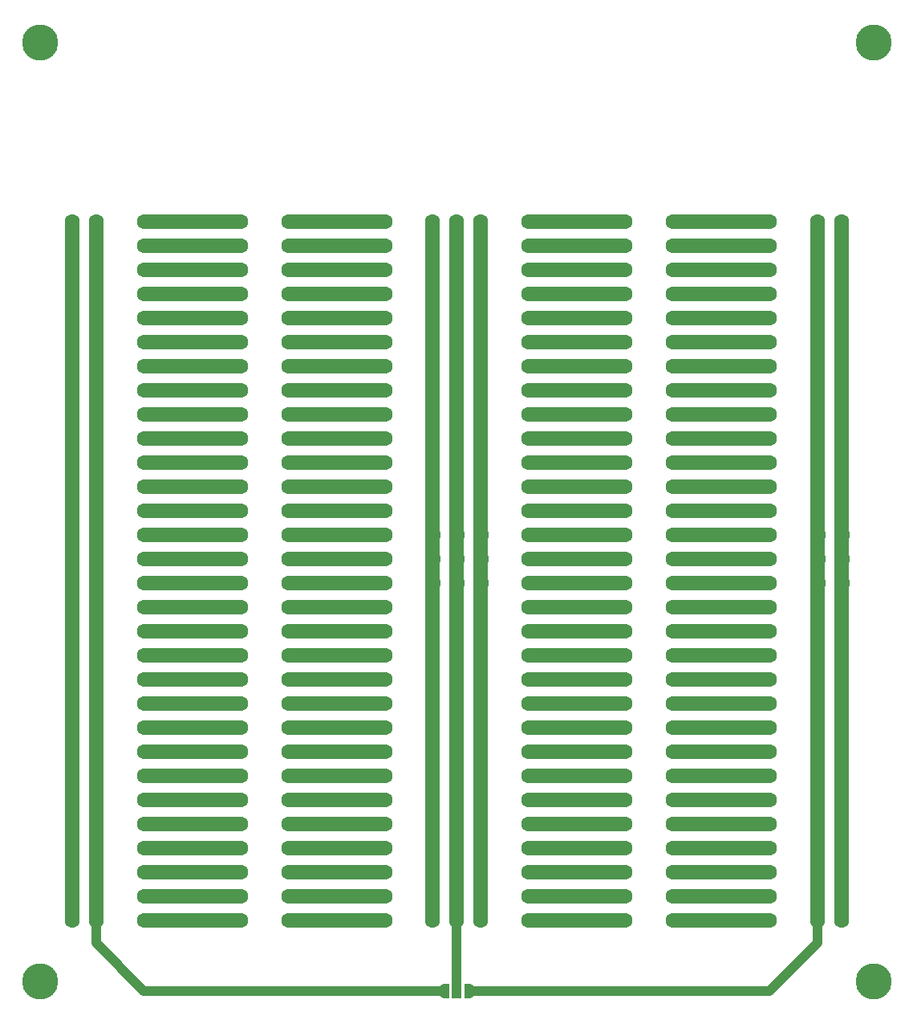
<source format=gtl>
G04 #@! TF.GenerationSoftware,KiCad,Pcbnew,8.0.2*
G04 #@! TF.CreationDate,2024-08-26T09:48:12-06:00*
G04 #@! TF.ProjectId,Perfboard_1_Horizontal,50657266-626f-4617-9264-5f315f486f72,rev?*
G04 #@! TF.SameCoordinates,Original*
G04 #@! TF.FileFunction,Copper,L1,Top*
G04 #@! TF.FilePolarity,Positive*
%FSLAX46Y46*%
G04 Gerber Fmt 4.6, Leading zero omitted, Abs format (unit mm)*
G04 Created by KiCad (PCBNEW 8.0.2) date 2024-08-26 09:48:12*
%MOMM*%
%LPD*%
G01*
G04 APERTURE LIST*
G04 Aperture macros list*
%AMFreePoly0*
4,1,19,0.550000,-0.750000,0.000000,-0.750000,0.000000,-0.744911,-0.071157,-0.744911,-0.207708,-0.704816,-0.327430,-0.627875,-0.420627,-0.520320,-0.479746,-0.390866,-0.500000,-0.250000,-0.500000,0.250000,-0.479746,0.390866,-0.420627,0.520320,-0.327430,0.627875,-0.207708,0.704816,-0.071157,0.744911,0.000000,0.744911,0.000000,0.750000,0.550000,0.750000,0.550000,-0.750000,0.550000,-0.750000,
$1*%
%AMFreePoly1*
4,1,19,0.000000,0.744911,0.071157,0.744911,0.207708,0.704816,0.327430,0.627875,0.420627,0.520320,0.479746,0.390866,0.500000,0.250000,0.500000,-0.250000,0.479746,-0.390866,0.420627,-0.520320,0.327430,-0.627875,0.207708,-0.704816,0.071157,-0.744911,0.000000,-0.744911,0.000000,-0.750000,-0.550000,-0.750000,-0.550000,0.750000,0.000000,0.750000,0.000000,0.744911,0.000000,0.744911,
$1*%
G04 Aperture macros list end*
G04 #@! TA.AperFunction,ComponentPad*
%ADD10C,1.600000*%
G04 #@! TD*
G04 #@! TA.AperFunction,SMDPad,CuDef*
%ADD11FreePoly0,0.000000*%
G04 #@! TD*
G04 #@! TA.AperFunction,SMDPad,CuDef*
%ADD12R,1.000000X1.500000*%
G04 #@! TD*
G04 #@! TA.AperFunction,SMDPad,CuDef*
%ADD13FreePoly1,0.000000*%
G04 #@! TD*
G04 #@! TA.AperFunction,ComponentPad*
%ADD14C,2.600000*%
G04 #@! TD*
G04 #@! TA.AperFunction,ConnectorPad*
%ADD15C,3.800000*%
G04 #@! TD*
G04 #@! TA.AperFunction,Conductor*
%ADD16C,1.500000*%
G04 #@! TD*
G04 #@! TA.AperFunction,Conductor*
%ADD17C,1.000000*%
G04 #@! TD*
G04 APERTURE END LIST*
D10*
X160700000Y-124000000D03*
X135360000Y-126540000D03*
X137900000Y-78280000D03*
X165780000Y-78280000D03*
X188640000Y-80820000D03*
X158160000Y-52880000D03*
X132820000Y-106220000D03*
X148000000Y-83360000D03*
X120120000Y-57960000D03*
X145460000Y-55420000D03*
X140440000Y-85900000D03*
X109960000Y-101140000D03*
X125200000Y-78280000D03*
X115040000Y-70660000D03*
X181020000Y-118920000D03*
X163240000Y-68120000D03*
X181020000Y-65580000D03*
X137900000Y-118920000D03*
X163240000Y-90980000D03*
X186100000Y-55420000D03*
X122660000Y-121460000D03*
X120120000Y-75740000D03*
X122660000Y-60500000D03*
X117580000Y-124000000D03*
X148000000Y-55420000D03*
X132820000Y-108760000D03*
X155620000Y-75740000D03*
X163240000Y-113840000D03*
X107420000Y-80820000D03*
X145520000Y-90980000D03*
X170860000Y-63040000D03*
X155620000Y-55420000D03*
X122660000Y-70660000D03*
X122660000Y-118920000D03*
X186100000Y-78280000D03*
X188640000Y-113840000D03*
X181020000Y-106220000D03*
X178480000Y-126540000D03*
X173400000Y-126540000D03*
X117580000Y-73200000D03*
X120120000Y-111300000D03*
X135360000Y-106220000D03*
X132820000Y-57960000D03*
X155620000Y-108760000D03*
X150540000Y-80820000D03*
X132820000Y-68120000D03*
X137900000Y-88440000D03*
X137900000Y-106220000D03*
X120120000Y-101140000D03*
X148060000Y-90980000D03*
X107420000Y-108760000D03*
X115040000Y-52880000D03*
X109960000Y-70660000D03*
X150600000Y-85900000D03*
X188640000Y-116380000D03*
X173400000Y-101140000D03*
X160700000Y-57960000D03*
X188640000Y-124000000D03*
X178480000Y-101140000D03*
X117580000Y-75740000D03*
X150540000Y-124000000D03*
X150540000Y-116380000D03*
X158160000Y-75740000D03*
X186100000Y-70660000D03*
X188640000Y-63040000D03*
X132820000Y-103680000D03*
X158160000Y-101140000D03*
X137900000Y-113840000D03*
X117580000Y-85900000D03*
X165780000Y-83360000D03*
X148000000Y-121460000D03*
X120120000Y-60500000D03*
X122660000Y-52880000D03*
X122660000Y-75740000D03*
X120120000Y-90980000D03*
X155620000Y-93520000D03*
X150540000Y-93520000D03*
X130280000Y-108760000D03*
X125200000Y-103680000D03*
X115040000Y-88440000D03*
X109960000Y-80820000D03*
X122660000Y-85900000D03*
X165780000Y-124000000D03*
X125200000Y-121460000D03*
X125200000Y-68120000D03*
X120120000Y-113840000D03*
X188640000Y-96060000D03*
X150540000Y-113840000D03*
X178480000Y-75740000D03*
X163240000Y-121460000D03*
X145460000Y-70660000D03*
X140440000Y-52880000D03*
X178480000Y-93520000D03*
X117580000Y-63040000D03*
X122660000Y-96060000D03*
X170860000Y-55420000D03*
X186100000Y-118920000D03*
X107420000Y-126540000D03*
X148000000Y-52880000D03*
X137900000Y-75740000D03*
X148000000Y-103680000D03*
X165780000Y-93520000D03*
X120120000Y-116380000D03*
X137900000Y-90980000D03*
X165780000Y-57960000D03*
X173400000Y-68120000D03*
X120120000Y-88440000D03*
X109960000Y-63040000D03*
X150540000Y-111300000D03*
X178480000Y-121460000D03*
X178480000Y-106220000D03*
X109960000Y-73200000D03*
X181020000Y-90980000D03*
X158160000Y-80820000D03*
X125200000Y-98600000D03*
X160700000Y-118920000D03*
X135360000Y-80820000D03*
X178480000Y-63040000D03*
X145460000Y-63040000D03*
X109960000Y-60500000D03*
X130280000Y-73200000D03*
X175940000Y-70660000D03*
X132820000Y-73200000D03*
X158160000Y-85900000D03*
X163240000Y-70660000D03*
X135360000Y-118920000D03*
X135360000Y-70660000D03*
X186100000Y-96060000D03*
X109960000Y-124000000D03*
X135360000Y-96060000D03*
X188640000Y-57960000D03*
X135360000Y-98600000D03*
X186100000Y-75740000D03*
X140440000Y-70660000D03*
X122660000Y-108760000D03*
X173400000Y-75740000D03*
X188640000Y-83360000D03*
X163240000Y-83360000D03*
X175940000Y-85900000D03*
X115040000Y-111300000D03*
X132820000Y-88440000D03*
X117580000Y-55420000D03*
X140440000Y-98600000D03*
X158160000Y-93520000D03*
X170860000Y-65580000D03*
X150540000Y-121460000D03*
X130280000Y-106220000D03*
X130280000Y-70660000D03*
X122660000Y-57960000D03*
X135360000Y-65580000D03*
X148000000Y-78280000D03*
X137900000Y-101140000D03*
X120120000Y-63040000D03*
X145460000Y-106220000D03*
X160700000Y-55420000D03*
X181020000Y-73200000D03*
X145460000Y-126540000D03*
X148000000Y-118920000D03*
X160700000Y-103680000D03*
X117580000Y-93520000D03*
X135360000Y-93520000D03*
X117580000Y-88440000D03*
X163240000Y-55420000D03*
X173400000Y-113840000D03*
X140440000Y-106220000D03*
X107420000Y-101140000D03*
X140440000Y-57960000D03*
X160700000Y-63040000D03*
X158160000Y-124000000D03*
X150540000Y-73200000D03*
X158160000Y-55420000D03*
X181020000Y-116380000D03*
X122660000Y-116380000D03*
X160700000Y-85900000D03*
X120120000Y-85900000D03*
X115040000Y-126540000D03*
X125200000Y-70660000D03*
X163240000Y-78280000D03*
X178480000Y-113840000D03*
X155620000Y-52880000D03*
X132820000Y-63040000D03*
X160700000Y-106220000D03*
D11*
X146700000Y-134000000D03*
D12*
X148000000Y-134000000D03*
D13*
X149300000Y-134000000D03*
D10*
X173400000Y-108760000D03*
X170860000Y-106220000D03*
X155620000Y-73200000D03*
X140440000Y-96060000D03*
X145460000Y-101140000D03*
X170860000Y-108760000D03*
X120120000Y-121460000D03*
X165780000Y-88440000D03*
X188640000Y-65580000D03*
X188640000Y-73200000D03*
X163240000Y-80820000D03*
X170860000Y-80820000D03*
X148000000Y-80820000D03*
X115040000Y-90980000D03*
X148000000Y-57960000D03*
X115040000Y-103680000D03*
X150600000Y-90980000D03*
X170860000Y-57960000D03*
X130280000Y-55420000D03*
X175940000Y-121460000D03*
X165780000Y-121460000D03*
X173400000Y-98600000D03*
X125200000Y-90980000D03*
X165780000Y-126540000D03*
X173400000Y-124000000D03*
X115040000Y-60500000D03*
X186100000Y-68120000D03*
X158160000Y-73200000D03*
X109960000Y-108760000D03*
X150540000Y-78280000D03*
X115040000Y-85900000D03*
X160700000Y-78280000D03*
X163240000Y-124000000D03*
X175940000Y-68120000D03*
X125200000Y-124000000D03*
X109960000Y-118920000D03*
X117580000Y-80820000D03*
X181020000Y-103680000D03*
X150540000Y-118920000D03*
X122660000Y-80820000D03*
X148000000Y-111300000D03*
X130280000Y-116380000D03*
X165780000Y-80820000D03*
X148000000Y-63040000D03*
X137900000Y-111300000D03*
X170860000Y-113840000D03*
X170860000Y-96060000D03*
X178480000Y-57960000D03*
X158160000Y-116380000D03*
X178480000Y-83360000D03*
X107420000Y-57960000D03*
X107420000Y-96060000D03*
X135360000Y-90980000D03*
X160700000Y-116380000D03*
X120120000Y-65580000D03*
X132820000Y-55420000D03*
X130280000Y-96060000D03*
X148000000Y-126540000D03*
X145460000Y-52880000D03*
X158160000Y-108760000D03*
X122660000Y-68120000D03*
X160700000Y-52880000D03*
X130280000Y-75740000D03*
X178480000Y-68120000D03*
X140440000Y-68120000D03*
X173400000Y-57960000D03*
X173400000Y-96060000D03*
X170860000Y-124000000D03*
X120120000Y-98600000D03*
X137900000Y-93520000D03*
X186160000Y-88440000D03*
X125200000Y-126540000D03*
X140440000Y-55420000D03*
X181020000Y-111300000D03*
X181020000Y-113840000D03*
X130280000Y-93520000D03*
X115040000Y-78280000D03*
X137900000Y-65580000D03*
X117580000Y-116380000D03*
X181020000Y-78280000D03*
X150540000Y-101140000D03*
X137900000Y-80820000D03*
X188700000Y-88440000D03*
X145460000Y-57960000D03*
X140440000Y-83360000D03*
X173400000Y-93520000D03*
X188640000Y-103680000D03*
X115040000Y-101140000D03*
X170860000Y-85900000D03*
X170860000Y-118920000D03*
X109960000Y-83360000D03*
X148000000Y-113840000D03*
X115040000Y-68120000D03*
X165780000Y-96060000D03*
X181020000Y-75740000D03*
X120120000Y-80820000D03*
X155620000Y-124000000D03*
X188640000Y-126540000D03*
X173400000Y-80820000D03*
X130280000Y-88440000D03*
X132820000Y-98600000D03*
X158160000Y-118920000D03*
X173400000Y-116380000D03*
X122660000Y-106220000D03*
X160700000Y-65580000D03*
X178480000Y-60500000D03*
X163240000Y-108760000D03*
X137900000Y-103680000D03*
X115040000Y-113840000D03*
X109960000Y-96060000D03*
X170860000Y-93520000D03*
X132820000Y-126540000D03*
X165780000Y-116380000D03*
X170860000Y-103680000D03*
X148000000Y-65580000D03*
X155620000Y-101140000D03*
X163240000Y-103680000D03*
X170860000Y-68120000D03*
X120120000Y-55420000D03*
X160700000Y-83360000D03*
X132820000Y-65580000D03*
X158160000Y-83360000D03*
X137900000Y-55420000D03*
X150540000Y-75740000D03*
X130280000Y-113840000D03*
X130280000Y-103680000D03*
X181020000Y-101140000D03*
X109960000Y-90980000D03*
X155620000Y-68120000D03*
X178480000Y-65580000D03*
X148000000Y-106220000D03*
X188640000Y-93520000D03*
X107420000Y-60500000D03*
X155620000Y-118920000D03*
X188640000Y-108760000D03*
X148000000Y-101140000D03*
X140440000Y-78280000D03*
X137900000Y-52880000D03*
X115040000Y-121460000D03*
X120120000Y-78280000D03*
X170860000Y-78280000D03*
X130280000Y-98600000D03*
X186100000Y-124000000D03*
X132820000Y-93520000D03*
X186100000Y-57960000D03*
X165780000Y-55420000D03*
D14*
X104000000Y-133000000D03*
D15*
X104000000Y-133000000D03*
D10*
X148000000Y-98600000D03*
X117580000Y-83360000D03*
X170860000Y-60500000D03*
X135360000Y-52880000D03*
X163240000Y-93520000D03*
X140440000Y-75740000D03*
X155620000Y-121460000D03*
X107420000Y-106220000D03*
X109960000Y-57960000D03*
X186100000Y-106220000D03*
X140440000Y-103680000D03*
X135360000Y-55420000D03*
X122660000Y-65580000D03*
X137900000Y-70660000D03*
X145460000Y-60500000D03*
X160700000Y-90980000D03*
X109960000Y-75740000D03*
X173400000Y-88440000D03*
X120120000Y-73200000D03*
X109960000Y-113840000D03*
X186100000Y-65580000D03*
X170860000Y-98600000D03*
X130280000Y-101140000D03*
X137900000Y-85900000D03*
X175940000Y-124000000D03*
X165780000Y-60500000D03*
X107420000Y-73200000D03*
X125200000Y-116380000D03*
X173400000Y-60500000D03*
X137900000Y-108760000D03*
X165780000Y-118920000D03*
X120120000Y-83360000D03*
X181020000Y-85900000D03*
X132820000Y-75740000D03*
X186160000Y-90980000D03*
X115040000Y-65580000D03*
X175940000Y-73200000D03*
X160700000Y-121460000D03*
X137900000Y-83360000D03*
X145460000Y-93520000D03*
X186100000Y-103680000D03*
X107420000Y-113840000D03*
X107420000Y-98600000D03*
X132820000Y-52880000D03*
X145460000Y-116380000D03*
X137900000Y-96060000D03*
X132820000Y-113840000D03*
X120120000Y-70660000D03*
X107420000Y-121460000D03*
X117580000Y-101140000D03*
X125200000Y-93520000D03*
X120120000Y-106220000D03*
X117580000Y-111300000D03*
X135360000Y-108760000D03*
X115040000Y-80820000D03*
X137900000Y-73200000D03*
X155620000Y-57960000D03*
X158160000Y-103680000D03*
X117580000Y-57960000D03*
X173400000Y-73200000D03*
X135360000Y-111300000D03*
X122660000Y-126540000D03*
X135360000Y-68120000D03*
X188640000Y-78280000D03*
X178480000Y-80820000D03*
X135360000Y-78280000D03*
X107420000Y-90980000D03*
X145460000Y-65580000D03*
X140440000Y-108760000D03*
X125200000Y-113840000D03*
X109960000Y-55420000D03*
X188640000Y-68120000D03*
X122660000Y-88440000D03*
X163240000Y-88440000D03*
X165780000Y-70660000D03*
X150540000Y-126540000D03*
X158160000Y-70660000D03*
X120120000Y-93520000D03*
X122660000Y-101140000D03*
X173400000Y-78280000D03*
X163240000Y-57960000D03*
X158160000Y-96060000D03*
X188640000Y-98600000D03*
X150540000Y-68120000D03*
X117580000Y-106220000D03*
X115040000Y-98600000D03*
X107420000Y-111300000D03*
X186100000Y-52880000D03*
X135360000Y-121460000D03*
X178480000Y-90980000D03*
X130280000Y-126540000D03*
X160700000Y-111300000D03*
X158160000Y-65580000D03*
X181020000Y-57960000D03*
X135360000Y-88440000D03*
X170860000Y-116380000D03*
X163240000Y-65580000D03*
X140440000Y-60500000D03*
X181020000Y-80820000D03*
X140440000Y-126540000D03*
X117580000Y-126540000D03*
X158160000Y-106220000D03*
X137900000Y-124000000D03*
X158160000Y-111300000D03*
X160700000Y-108760000D03*
X125200000Y-65580000D03*
X165780000Y-73200000D03*
X130280000Y-60500000D03*
X117580000Y-68120000D03*
X178480000Y-88440000D03*
X132820000Y-85900000D03*
X115040000Y-116380000D03*
X137900000Y-60500000D03*
X188640000Y-70660000D03*
X117580000Y-121460000D03*
X125200000Y-73200000D03*
X125200000Y-106220000D03*
X109960000Y-111300000D03*
X173400000Y-52880000D03*
X135360000Y-63040000D03*
X160700000Y-60500000D03*
X165780000Y-75740000D03*
X117580000Y-108760000D03*
X175940000Y-65580000D03*
X122660000Y-111300000D03*
X165780000Y-101140000D03*
X155620000Y-78280000D03*
X145460000Y-111300000D03*
X145460000Y-75740000D03*
X140440000Y-121460000D03*
X117580000Y-78280000D03*
X175940000Y-57960000D03*
X148000000Y-116380000D03*
X165780000Y-108760000D03*
X135360000Y-83360000D03*
X137900000Y-98600000D03*
X132820000Y-111300000D03*
X175940000Y-90980000D03*
X117580000Y-70660000D03*
X175940000Y-111300000D03*
X132820000Y-124000000D03*
X158160000Y-78280000D03*
X186100000Y-98600000D03*
X175940000Y-118920000D03*
D14*
X192000000Y-34000000D03*
D15*
X192000000Y-34000000D03*
D10*
X120120000Y-118920000D03*
X186100000Y-73200000D03*
X160700000Y-126540000D03*
X160700000Y-68120000D03*
X122660000Y-78280000D03*
X140440000Y-124000000D03*
X158160000Y-126540000D03*
X178480000Y-70660000D03*
X130280000Y-83360000D03*
X158160000Y-113840000D03*
X145520000Y-88440000D03*
X109960000Y-93520000D03*
X122660000Y-63040000D03*
X158160000Y-63040000D03*
X135360000Y-60500000D03*
X140440000Y-65580000D03*
X130280000Y-121460000D03*
X173400000Y-70660000D03*
X163240000Y-118920000D03*
X135360000Y-124000000D03*
X181020000Y-60500000D03*
X186160000Y-85900000D03*
X145460000Y-108760000D03*
X130280000Y-52880000D03*
X155620000Y-83360000D03*
X125200000Y-83360000D03*
X145460000Y-121460000D03*
X148000000Y-70660000D03*
X173400000Y-83360000D03*
X122660000Y-83360000D03*
X158160000Y-57960000D03*
X173400000Y-85900000D03*
X109960000Y-68120000D03*
X155620000Y-96060000D03*
X109960000Y-106220000D03*
X181020000Y-121460000D03*
X150540000Y-70660000D03*
X178480000Y-124000000D03*
X137900000Y-121460000D03*
X132820000Y-80820000D03*
X175940000Y-108760000D03*
X165780000Y-65580000D03*
X178480000Y-85900000D03*
X109960000Y-116380000D03*
X181020000Y-96060000D03*
X145460000Y-68120000D03*
X125200000Y-52880000D03*
X132820000Y-118920000D03*
X140440000Y-116380000D03*
X115040000Y-106220000D03*
X150540000Y-60500000D03*
X125200000Y-111300000D03*
X135360000Y-73200000D03*
X165780000Y-106220000D03*
X155620000Y-88440000D03*
X150540000Y-98600000D03*
X148060000Y-88440000D03*
X165780000Y-113840000D03*
X173400000Y-111300000D03*
X178480000Y-118920000D03*
X145460000Y-73200000D03*
X107420000Y-75740000D03*
X140440000Y-90980000D03*
X140440000Y-88440000D03*
X137900000Y-126540000D03*
X175940000Y-93520000D03*
X155620000Y-126540000D03*
X165780000Y-111300000D03*
X130280000Y-90980000D03*
X160700000Y-70660000D03*
X175940000Y-98600000D03*
X186100000Y-93520000D03*
X148000000Y-68120000D03*
X122660000Y-98600000D03*
X148060000Y-85900000D03*
X163240000Y-63040000D03*
X155620000Y-85900000D03*
X175940000Y-60500000D03*
X120120000Y-126540000D03*
X163240000Y-85900000D03*
X115040000Y-93520000D03*
X170860000Y-75740000D03*
X173400000Y-118920000D03*
X132820000Y-60500000D03*
X120120000Y-96060000D03*
X186100000Y-80820000D03*
X165780000Y-85900000D03*
X145460000Y-98600000D03*
X107420000Y-103680000D03*
X165780000Y-52880000D03*
X117580000Y-113840000D03*
X178480000Y-55420000D03*
X115040000Y-124000000D03*
X130280000Y-80820000D03*
X148000000Y-93520000D03*
X150600000Y-88440000D03*
X109960000Y-52880000D03*
X163240000Y-60500000D03*
X145460000Y-118920000D03*
X175940000Y-88440000D03*
X155620000Y-70660000D03*
X188640000Y-101140000D03*
X173400000Y-63040000D03*
X148000000Y-75740000D03*
X173400000Y-121460000D03*
X170860000Y-52880000D03*
X125200000Y-55420000D03*
X107420000Y-63040000D03*
X132820000Y-83360000D03*
X135360000Y-113840000D03*
X107420000Y-93520000D03*
X155620000Y-98600000D03*
X175940000Y-78280000D03*
X160700000Y-98600000D03*
X135360000Y-103680000D03*
X150540000Y-83360000D03*
X155620000Y-106220000D03*
X109960000Y-85900000D03*
X130280000Y-124000000D03*
X109960000Y-88440000D03*
X175940000Y-83360000D03*
X122660000Y-103680000D03*
X132820000Y-96060000D03*
X165780000Y-103680000D03*
X188700000Y-90980000D03*
X175940000Y-52880000D03*
X107420000Y-52880000D03*
X122660000Y-55420000D03*
X175940000Y-63040000D03*
X181020000Y-55420000D03*
X155620000Y-103680000D03*
X170860000Y-70660000D03*
X181020000Y-63040000D03*
X181020000Y-93520000D03*
X158160000Y-98600000D03*
X178480000Y-103680000D03*
X117580000Y-90980000D03*
X188640000Y-118920000D03*
X181020000Y-52880000D03*
X163240000Y-126540000D03*
X150540000Y-106220000D03*
X188640000Y-111300000D03*
D14*
X104000000Y-34000000D03*
D15*
X104000000Y-34000000D03*
D10*
X148000000Y-96060000D03*
X175940000Y-103680000D03*
X132820000Y-121460000D03*
X173400000Y-55420000D03*
X107420000Y-118920000D03*
X178480000Y-73200000D03*
X160700000Y-93520000D03*
X188640000Y-75740000D03*
X107420000Y-68120000D03*
X117580000Y-52880000D03*
X170860000Y-101140000D03*
X178480000Y-98600000D03*
X186100000Y-101140000D03*
X175940000Y-55420000D03*
X188700000Y-85900000D03*
X109960000Y-103680000D03*
X170860000Y-90980000D03*
X122660000Y-73200000D03*
X107420000Y-124000000D03*
X181020000Y-108760000D03*
X155620000Y-116380000D03*
X155620000Y-80820000D03*
X170860000Y-126540000D03*
X135360000Y-85900000D03*
X170860000Y-88440000D03*
X117580000Y-65580000D03*
X175940000Y-101140000D03*
X173400000Y-90980000D03*
X125200000Y-85900000D03*
X115040000Y-75740000D03*
X150540000Y-63040000D03*
X130280000Y-78280000D03*
X175940000Y-75740000D03*
X155620000Y-65580000D03*
X145520000Y-85900000D03*
X160700000Y-75740000D03*
X140440000Y-93520000D03*
X181020000Y-83360000D03*
X155620000Y-63040000D03*
X107420000Y-83360000D03*
X178480000Y-78280000D03*
X120120000Y-124000000D03*
X165780000Y-63040000D03*
X115040000Y-57960000D03*
X160700000Y-88440000D03*
X178480000Y-111300000D03*
D14*
X192000000Y-133000000D03*
D15*
X192000000Y-133000000D03*
D10*
X155620000Y-90980000D03*
X130280000Y-111300000D03*
X132820000Y-78280000D03*
X115040000Y-83360000D03*
X175940000Y-126540000D03*
X137900000Y-63040000D03*
X175940000Y-113840000D03*
X158160000Y-90980000D03*
X109960000Y-121460000D03*
X107420000Y-55420000D03*
X158160000Y-88440000D03*
X163240000Y-98600000D03*
X160700000Y-73200000D03*
X145460000Y-96060000D03*
X181020000Y-70660000D03*
X140440000Y-101140000D03*
X155620000Y-113840000D03*
X188640000Y-60500000D03*
X120120000Y-52880000D03*
X181020000Y-124000000D03*
X107420000Y-65580000D03*
X140440000Y-118920000D03*
X175940000Y-96060000D03*
X188640000Y-55420000D03*
X117580000Y-60500000D03*
X140440000Y-73200000D03*
X186100000Y-116380000D03*
X163240000Y-106220000D03*
X125200000Y-57960000D03*
X186100000Y-83360000D03*
X155620000Y-60500000D03*
X115040000Y-55420000D03*
X160700000Y-80820000D03*
X107420000Y-85900000D03*
X117580000Y-98600000D03*
X170860000Y-111300000D03*
X165780000Y-90980000D03*
X145460000Y-103680000D03*
X186100000Y-108760000D03*
X178480000Y-108760000D03*
X148000000Y-73200000D03*
X122660000Y-124000000D03*
X117580000Y-96060000D03*
X120120000Y-103680000D03*
X188640000Y-52880000D03*
X145460000Y-124000000D03*
X109960000Y-126540000D03*
X130280000Y-63040000D03*
X125200000Y-118920000D03*
X115040000Y-63040000D03*
X125200000Y-60500000D03*
X186100000Y-60500000D03*
X148000000Y-124000000D03*
X117580000Y-118920000D03*
X175940000Y-106220000D03*
X186100000Y-126540000D03*
X186100000Y-121460000D03*
X148000000Y-108760000D03*
X125200000Y-80820000D03*
X175940000Y-80820000D03*
X158160000Y-121460000D03*
X181020000Y-68120000D03*
X107420000Y-116380000D03*
X186100000Y-111300000D03*
X115040000Y-108760000D03*
X163240000Y-111300000D03*
X125200000Y-75740000D03*
X158160000Y-60500000D03*
X150540000Y-57960000D03*
X140440000Y-80820000D03*
X145460000Y-83360000D03*
X135360000Y-75740000D03*
X163240000Y-75740000D03*
X130280000Y-57960000D03*
X140440000Y-113840000D03*
X109960000Y-98600000D03*
X117580000Y-103680000D03*
X132820000Y-101140000D03*
X181020000Y-126540000D03*
X163240000Y-96060000D03*
X170860000Y-121460000D03*
X170860000Y-73200000D03*
X130280000Y-65580000D03*
X158160000Y-68120000D03*
X125200000Y-108760000D03*
X122660000Y-93520000D03*
X150540000Y-52880000D03*
X150540000Y-108760000D03*
X115040000Y-118920000D03*
X125200000Y-63040000D03*
X186100000Y-113840000D03*
X165780000Y-68120000D03*
X150540000Y-96060000D03*
X150540000Y-103680000D03*
X125200000Y-88440000D03*
X140440000Y-63040000D03*
X160700000Y-96060000D03*
X107420000Y-70660000D03*
X173400000Y-106220000D03*
X175940000Y-116380000D03*
X150540000Y-65580000D03*
X178480000Y-96060000D03*
X140440000Y-111300000D03*
X135360000Y-57960000D03*
X160700000Y-101140000D03*
X120120000Y-68120000D03*
X115040000Y-73200000D03*
X135360000Y-116380000D03*
X163240000Y-73200000D03*
X188640000Y-106220000D03*
X122660000Y-90980000D03*
X132820000Y-90980000D03*
X137900000Y-116380000D03*
X109960000Y-65580000D03*
X137900000Y-57960000D03*
X145460000Y-113840000D03*
X130280000Y-118920000D03*
X155620000Y-111300000D03*
X132820000Y-116380000D03*
X107420000Y-88440000D03*
X107420000Y-78280000D03*
X135360000Y-101140000D03*
X170860000Y-83360000D03*
X122660000Y-113840000D03*
X163240000Y-101140000D03*
X145460000Y-80820000D03*
X148000000Y-60500000D03*
X165780000Y-98600000D03*
X186100000Y-63040000D03*
X178480000Y-116380000D03*
X125200000Y-101140000D03*
X173400000Y-65580000D03*
X163240000Y-116380000D03*
X115040000Y-96060000D03*
X125200000Y-96060000D03*
X130280000Y-68120000D03*
X181020000Y-88440000D03*
X188640000Y-121460000D03*
X120120000Y-108760000D03*
X137900000Y-68120000D03*
X132820000Y-70660000D03*
X173400000Y-103680000D03*
X181020000Y-98600000D03*
X178480000Y-52880000D03*
X163240000Y-52880000D03*
X145460000Y-78280000D03*
X109960000Y-78280000D03*
X130280000Y-85900000D03*
X150540000Y-55420000D03*
X160700000Y-113840000D03*
D16*
X115040000Y-63040000D02*
X125200000Y-63040000D01*
X115040000Y-103680000D02*
X125200000Y-103680000D01*
X130280000Y-103680000D02*
X140440000Y-103680000D01*
X181020000Y-80820000D02*
X170860000Y-80820000D01*
X155620000Y-68120000D02*
X165780000Y-68120000D01*
X130280000Y-65580000D02*
X140440000Y-65580000D01*
X170860000Y-98600000D02*
X181020000Y-98600000D01*
X155620000Y-80820000D02*
X165780000Y-80820000D01*
X125200000Y-70660000D02*
X115040000Y-70660000D01*
X115040000Y-101140000D02*
X125200000Y-101140000D01*
X140440000Y-111300000D02*
X130280000Y-111300000D01*
X188640000Y-83360000D02*
X188640000Y-52880000D01*
X115040000Y-121460000D02*
X125200000Y-121460000D01*
X145460000Y-126540000D02*
X145460000Y-93520000D01*
X170860000Y-88440000D02*
X181020000Y-88440000D01*
X109960000Y-83360000D02*
X109960000Y-52880000D01*
X148000000Y-83360000D02*
X148000000Y-52880000D01*
X130280000Y-101140000D02*
X140440000Y-101140000D01*
X130280000Y-108760000D02*
X140440000Y-108760000D01*
X155620000Y-116380000D02*
X165780000Y-116380000D01*
X150540000Y-126540000D02*
X150540000Y-93520000D01*
X130280000Y-83360000D02*
X140440000Y-83360000D01*
X155620000Y-78280000D02*
X165780000Y-78280000D01*
X186100000Y-93520000D02*
X186100000Y-83360000D01*
X125200000Y-65580000D02*
X115040000Y-65580000D01*
X170860000Y-106220000D02*
X181020000Y-106220000D01*
X125200000Y-60500000D02*
X115040000Y-60500000D01*
X165780000Y-60500000D02*
X155620000Y-60500000D01*
X165780000Y-124000000D02*
X155620000Y-124000000D01*
X115040000Y-88440000D02*
X125200000Y-88440000D01*
X181020000Y-90980000D02*
X170860000Y-90980000D01*
X155620000Y-90980000D02*
X165780000Y-90980000D01*
D17*
X115000000Y-134000000D02*
X109960000Y-128960000D01*
D16*
X145460000Y-83360000D02*
X145460000Y-52880000D01*
X155620000Y-85900000D02*
X165780000Y-85900000D01*
X140440000Y-90980000D02*
X130280000Y-90980000D01*
X140440000Y-85900000D02*
X130280000Y-85900000D01*
X115040000Y-57960000D02*
X125200000Y-57960000D01*
X140440000Y-124000000D02*
X130280000Y-124000000D01*
D17*
X181000000Y-134000000D02*
X186100000Y-128900000D01*
D16*
X115040000Y-90980000D02*
X125200000Y-90980000D01*
X155620000Y-101140000D02*
X165780000Y-101140000D01*
X155620000Y-108760000D02*
X165780000Y-108760000D01*
X115040000Y-52880000D02*
X125200000Y-52880000D01*
X170860000Y-116380000D02*
X181020000Y-116380000D01*
X107420000Y-52880000D02*
X107420000Y-80820000D01*
X150540000Y-83360000D02*
X150540000Y-52880000D01*
X130280000Y-52880000D02*
X140440000Y-52880000D01*
X170860000Y-101140000D02*
X181020000Y-101140000D01*
X165780000Y-75740000D02*
X155620000Y-75740000D01*
X181020000Y-111300000D02*
X170860000Y-111300000D01*
X125200000Y-55420000D02*
X115040000Y-55420000D01*
X186100000Y-83360000D02*
X186100000Y-52880000D01*
X155620000Y-103680000D02*
X165780000Y-103680000D01*
X170860000Y-126540000D02*
X181020000Y-126540000D01*
X155620000Y-93520000D02*
X165780000Y-93520000D01*
X115040000Y-78280000D02*
X125200000Y-78280000D01*
X155620000Y-126540000D02*
X165780000Y-126540000D01*
X125200000Y-113840000D02*
X115040000Y-113840000D01*
X170860000Y-73200000D02*
X181020000Y-73200000D01*
X155620000Y-57960000D02*
X165780000Y-57960000D01*
X140440000Y-118920000D02*
X130280000Y-118920000D01*
X170860000Y-60500000D02*
X181020000Y-60500000D01*
X188640000Y-126540000D02*
X188640000Y-93520000D01*
X130280000Y-116380000D02*
X140440000Y-116380000D01*
X170860000Y-108760000D02*
X181020000Y-108760000D01*
X170860000Y-70660000D02*
X181020000Y-70660000D01*
X130280000Y-55420000D02*
X140440000Y-55420000D01*
X181020000Y-118920000D02*
X170860000Y-118920000D01*
X130280000Y-113840000D02*
X140440000Y-113840000D01*
X107420000Y-83360000D02*
X107420000Y-80820000D01*
X155620000Y-52880000D02*
X165780000Y-52880000D01*
X170860000Y-63040000D02*
X181020000Y-63040000D01*
X170860000Y-93520000D02*
X181020000Y-93520000D01*
X115040000Y-96060000D02*
X125200000Y-96060000D01*
X130280000Y-98600000D02*
X140440000Y-98600000D01*
X130280000Y-70660000D02*
X140440000Y-70660000D01*
X155620000Y-121460000D02*
X165780000Y-121460000D01*
X155620000Y-73200000D02*
X165780000Y-73200000D01*
X130280000Y-88440000D02*
X140440000Y-88440000D01*
X155620000Y-63040000D02*
X165780000Y-63040000D01*
X115040000Y-108760000D02*
X125200000Y-108760000D01*
X181020000Y-124000000D02*
X170860000Y-124000000D01*
X125200000Y-124000000D02*
X115040000Y-124000000D01*
D17*
X146700000Y-134000000D02*
X115000000Y-134000000D01*
D16*
X130280000Y-57960000D02*
X140440000Y-57960000D01*
X170860000Y-78280000D02*
X181020000Y-78280000D01*
X115040000Y-80820000D02*
X125200000Y-80820000D01*
X170860000Y-96060000D02*
X181020000Y-96060000D01*
D17*
X109960000Y-128960000D02*
X109960000Y-126540000D01*
D16*
X130280000Y-106220000D02*
X140440000Y-106220000D01*
X125200000Y-75740000D02*
X115040000Y-75740000D01*
X170860000Y-52880000D02*
X181020000Y-52880000D01*
X125200000Y-118920000D02*
X115040000Y-118920000D01*
X130280000Y-126540000D02*
X140440000Y-126540000D01*
X155620000Y-106220000D02*
X165780000Y-106220000D01*
X115040000Y-68120000D02*
X125200000Y-68120000D01*
X130280000Y-60500000D02*
X140440000Y-60500000D01*
X165780000Y-65580000D02*
X155620000Y-65580000D01*
X115040000Y-83360000D02*
X125200000Y-83360000D01*
X109960000Y-126540000D02*
X109960000Y-93520000D01*
X130280000Y-121460000D02*
X140440000Y-121460000D01*
X170860000Y-55420000D02*
X181020000Y-55420000D01*
X150540000Y-93520000D02*
X150540000Y-83360000D01*
X181020000Y-75740000D02*
X170860000Y-75740000D01*
X130280000Y-63040000D02*
X140440000Y-63040000D01*
D17*
X186100000Y-128900000D02*
X186100000Y-126540000D01*
D16*
X155620000Y-111300000D02*
X165780000Y-111300000D01*
X170860000Y-57960000D02*
X181020000Y-57960000D01*
X130280000Y-68120000D02*
X140440000Y-68120000D01*
X115040000Y-126540000D02*
X125200000Y-126540000D01*
X186100000Y-126540000D02*
X186100000Y-93520000D01*
X145460000Y-93520000D02*
X145460000Y-83360000D01*
X140440000Y-75740000D02*
X130280000Y-75740000D01*
X115040000Y-98600000D02*
X125200000Y-98600000D01*
X130280000Y-96060000D02*
X140440000Y-96060000D01*
X170860000Y-68120000D02*
X181020000Y-68120000D01*
X109960000Y-93520000D02*
X109960000Y-83360000D01*
X130280000Y-93520000D02*
X140440000Y-93520000D01*
X115040000Y-106220000D02*
X125200000Y-106220000D01*
X140440000Y-80820000D02*
X130280000Y-80820000D01*
X181020000Y-85900000D02*
X170860000Y-85900000D01*
X130280000Y-78280000D02*
X140440000Y-78280000D01*
X170860000Y-121460000D02*
X181020000Y-121460000D01*
X165780000Y-70660000D02*
X155620000Y-70660000D01*
D17*
X148000000Y-134000000D02*
X148000000Y-126540000D01*
D16*
X148000000Y-93520000D02*
X148000000Y-83360000D01*
X170860000Y-83360000D02*
X181020000Y-83360000D01*
X170860000Y-113840000D02*
X181020000Y-113840000D01*
X115040000Y-93520000D02*
X125200000Y-93520000D01*
X115040000Y-73200000D02*
X125200000Y-73200000D01*
X165780000Y-113840000D02*
X155620000Y-113840000D01*
X155620000Y-88440000D02*
X165780000Y-88440000D01*
X107420000Y-93520000D02*
X107420000Y-83360000D01*
X155620000Y-96060000D02*
X165780000Y-96060000D01*
X115040000Y-111300000D02*
X125200000Y-111300000D01*
X170860000Y-65580000D02*
X181020000Y-65580000D01*
X165780000Y-118920000D02*
X155620000Y-118920000D01*
X188640000Y-93520000D02*
X188640000Y-83360000D01*
X130280000Y-73200000D02*
X140440000Y-73200000D01*
X155620000Y-83360000D02*
X165780000Y-83360000D01*
X115040000Y-85900000D02*
X125200000Y-85900000D01*
X107420000Y-126540000D02*
X107420000Y-93520000D01*
X115040000Y-116380000D02*
X125200000Y-116380000D01*
X155620000Y-98600000D02*
X165780000Y-98600000D01*
X165780000Y-55420000D02*
X155620000Y-55420000D01*
X148000000Y-126540000D02*
X148000000Y-93520000D01*
X170860000Y-103680000D02*
X181020000Y-103680000D01*
D17*
X149300000Y-134000000D02*
X181000000Y-134000000D01*
M02*

</source>
